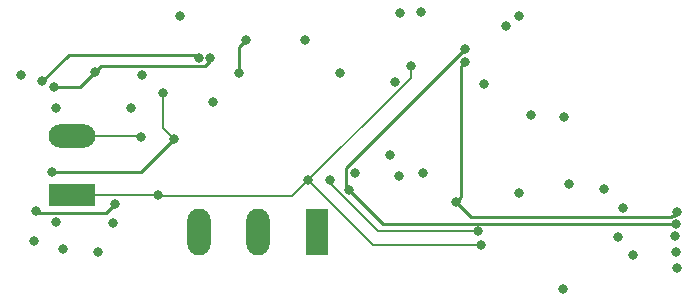
<source format=gbr>
%TF.GenerationSoftware,KiCad,Pcbnew,(6.0.10)*%
%TF.CreationDate,2023-01-29T23:27:27-05:00*%
%TF.ProjectId,sensor-board,73656e73-6f72-42d6-926f-6172642e6b69,v1.0*%
%TF.SameCoordinates,Original*%
%TF.FileFunction,Copper,L3,Inr*%
%TF.FilePolarity,Positive*%
%FSLAX46Y46*%
G04 Gerber Fmt 4.6, Leading zero omitted, Abs format (unit mm)*
G04 Created by KiCad (PCBNEW (6.0.10)) date 2023-01-29 23:27:27*
%MOMM*%
%LPD*%
G01*
G04 APERTURE LIST*
%TA.AperFunction,ComponentPad*%
%ADD10R,1.980000X3.960000*%
%TD*%
%TA.AperFunction,ComponentPad*%
%ADD11O,1.980000X3.960000*%
%TD*%
%TA.AperFunction,ComponentPad*%
%ADD12R,3.960000X1.980000*%
%TD*%
%TA.AperFunction,ComponentPad*%
%ADD13O,3.960000X1.980000*%
%TD*%
%TA.AperFunction,ViaPad*%
%ADD14C,0.800000*%
%TD*%
%TA.AperFunction,Conductor*%
%ADD15C,0.250000*%
%TD*%
%TA.AperFunction,Conductor*%
%ADD16C,0.200000*%
%TD*%
G04 APERTURE END LIST*
D10*
%TO.N,+3V3*%
%TO.C,J3*%
X103000000Y-144250000D03*
D11*
%TO.N,DQ*%
X98000000Y-144250000D03*
%TO.N,GND*%
X93000000Y-144250000D03*
%TD*%
D12*
%TO.N,VIN+*%
%TO.C,J4*%
X82300000Y-141165000D03*
D13*
%TO.N,VIN-*%
X82300000Y-136165000D03*
%TD*%
D14*
%TO.N,GND*%
X121158000Y-134366000D03*
X120142000Y-140970000D03*
X123952000Y-134493000D03*
%TO.N,+3V3*%
X128500000Y-144700000D03*
X110000000Y-139500000D03*
X85750000Y-143500000D03*
%TO.N,GND*%
X78000000Y-131000000D03*
X106250000Y-139250000D03*
X88250000Y-131000000D03*
X91400000Y-126000000D03*
X81500000Y-145724500D03*
X94250000Y-133250000D03*
X123900000Y-149100000D03*
%TO.N,VIN+*%
X89600000Y-141175500D03*
X111000000Y-130200000D03*
X102300000Y-139900000D03*
X116900000Y-145400000D03*
%TO.N,VIN-*%
X104100000Y-139900000D03*
X116700000Y-144200000D03*
X88100000Y-136200000D03*
%TO.N,GNDA*%
X117200000Y-131700000D03*
X102000000Y-128000000D03*
X105000000Y-130800000D03*
X110085493Y-125738744D03*
X119000000Y-126800000D03*
X109600000Y-131600000D03*
%TO.N,+3V3A*%
X120100000Y-126000000D03*
%TO.N,Net-(C4-Pad1)*%
X90000000Y-132500000D03*
X80900000Y-143400000D03*
X80600000Y-139200000D03*
X90912299Y-136387701D03*
%TO.N,SDA*%
X115600000Y-129850499D03*
X93000000Y-129500000D03*
X133510377Y-142606611D03*
X114790000Y-141750000D03*
X79050000Y-145050000D03*
X79750000Y-131500000D03*
X84500000Y-146000000D03*
%TO.N,SCL*%
X85900000Y-141900000D03*
X80750000Y-132000000D03*
X133400000Y-143600000D03*
X84250000Y-130750000D03*
X79250000Y-142500000D03*
X94000000Y-129500000D03*
X105750000Y-140750000D03*
X115600000Y-128800000D03*
%TO.N,DQ*%
X109250000Y-137750000D03*
%TO.N,Net-(C4-Pad2)*%
X80900000Y-133800000D03*
X87300000Y-133800000D03*
%TO.N,PCTLZ*%
X112000000Y-139250000D03*
%TO.N,Net-(D3-Pad1)*%
X111800000Y-125600000D03*
%TO.N,A0*%
X133500000Y-147300000D03*
X128924937Y-142275063D03*
%TO.N,A1*%
X127300000Y-140600000D03*
X133400000Y-146000000D03*
%TO.N,A2*%
X129800000Y-146200000D03*
X124368369Y-140231631D03*
%TO.N,Net-(R13-Pad2)*%
X97000000Y-128000000D03*
X96400000Y-130800000D03*
%TO.N,Net-(R4-Pad2)*%
X133300000Y-144600000D03*
%TD*%
D15*
%TO.N,SDA*%
X133241499Y-142875489D02*
X133510377Y-142606611D01*
X133099897Y-142875489D02*
X133241499Y-142875489D01*
X132975386Y-143000000D02*
X133099897Y-142875489D01*
X116040000Y-143000000D02*
X132975386Y-143000000D01*
X115224511Y-130225988D02*
X115600000Y-129850499D01*
X115224511Y-141315489D02*
X115224511Y-130225988D01*
X114790000Y-141750000D02*
X116040000Y-143000000D01*
X114790000Y-141750000D02*
X115224511Y-141315489D01*
D16*
%TO.N,VIN+*%
X89674500Y-141250000D02*
X100950000Y-141250000D01*
X107800000Y-145400000D02*
X116900000Y-145400000D01*
X89589500Y-141165000D02*
X82300000Y-141165000D01*
X89600000Y-141175500D02*
X89674500Y-141250000D01*
X102300000Y-139900000D02*
X107800000Y-145400000D01*
X89600000Y-141175500D02*
X89589500Y-141165000D01*
X100950000Y-141250000D02*
X111000000Y-131200000D01*
X111000000Y-131200000D02*
X111000000Y-130200000D01*
%TO.N,VIN-*%
X104100000Y-140089259D02*
X108210741Y-144200000D01*
X108210741Y-144200000D02*
X116700000Y-144200000D01*
X82300000Y-136165000D02*
X88085000Y-136165000D01*
%TO.N,Net-(C4-Pad1)*%
X90000000Y-135475402D02*
X90000000Y-132500000D01*
X90912299Y-136387701D02*
X90000000Y-135475402D01*
D15*
X88100000Y-139200000D02*
X90912299Y-136387701D01*
X80600000Y-139200000D02*
X88100000Y-139200000D01*
%TO.N,SDA*%
X82000000Y-129250000D02*
X92750000Y-129250000D01*
X92750000Y-129250000D02*
X93000000Y-129500000D01*
X79750000Y-131500000D02*
X82000000Y-129250000D01*
%TO.N,SCL*%
X108600000Y-143600000D02*
X133400000Y-143600000D01*
X105750000Y-140750000D02*
X105525489Y-140525489D01*
X84775489Y-130224511D02*
X93525489Y-130224511D01*
X105525489Y-138874511D02*
X115600000Y-128800000D01*
X84250000Y-130750000D02*
X83000000Y-132000000D01*
X83000000Y-132000000D02*
X80750000Y-132000000D01*
X105750000Y-140750000D02*
X108600000Y-143600000D01*
X105525489Y-140525489D02*
X105525489Y-138874511D01*
X79425489Y-142675489D02*
X79250000Y-142500000D01*
X85900000Y-141900000D02*
X85124511Y-142675489D01*
X84250000Y-130750000D02*
X84775489Y-130224511D01*
X93525489Y-130224511D02*
X94000000Y-129750000D01*
X85124511Y-142675489D02*
X79425489Y-142675489D01*
X94000000Y-129750000D02*
X94000000Y-129500000D01*
%TO.N,Net-(R13-Pad2)*%
X96400000Y-130800000D02*
X96400000Y-128600000D01*
X96400000Y-128600000D02*
X97000000Y-128000000D01*
%TD*%
M02*

</source>
